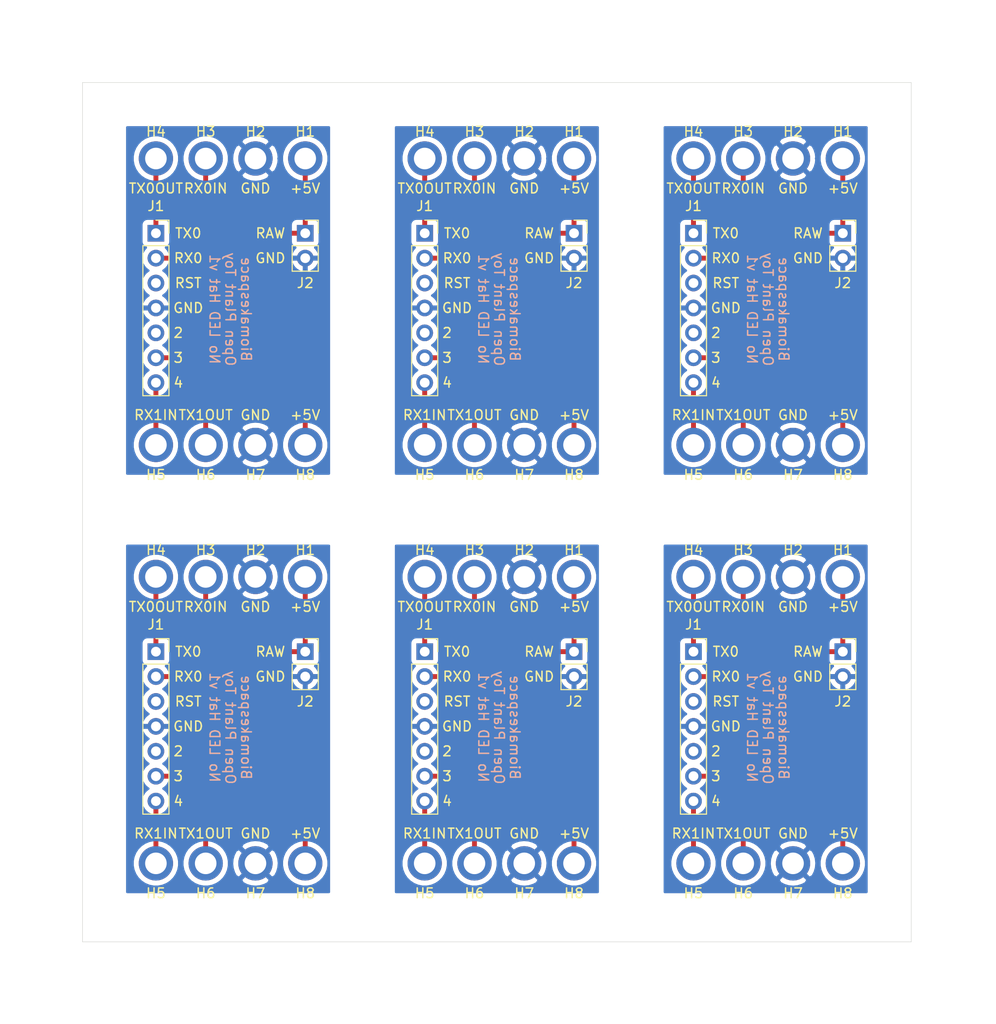
<source format=kicad_pcb>
(kicad_pcb (version 20171130) (host pcbnew 5.1.4-e60b266~84~ubuntu18.04.1)
  (layers (0 F.Cu signal) (31 B.Cu signal) (34 B.Paste user hide) (35 F.Paste user hide) (36 B.SilkS user hide) (37 F.SilkS user hide) (38 B.Mask user hide) (39 F.Mask user hide) (44 Edge.Cuts user))
  (net 0 "")
  (net 1 "Net-(D1-Pad1)")
  (module MountingHole:MountingHole_2.2mm_M2_ISO7380_Pad (layer F.Cu) (at 62.357 36.957)
    (fp_text reference H5 (at 0 3.048) (layer F.SilkS))
    (fp_text value MountingHole_2.2mm_M2_ISO7380_Pad)
    (pad 1 thru_hole circle (at 0 0) (size 3.5 3.5) (drill 2.2) (layers *.Cu *.Mask))
  )
  (module MountingHole:MountingHole_2.2mm_M2_ISO7380_Pad (layer F.Cu) (at 67.437 7.747)
    (fp_text reference H3 (at 0 -2.75) (layer F.SilkS))
    (fp_text value MountingHole_2.2mm_M2_ISO7380_Pad)
    (pad 1 thru_hole circle (at 0 0) (size 3.5 3.5) (drill 2.2) (layers *.Cu *.Mask))
  )
  (module MountingHole:MountingHole_2.2mm_M2_ISO7380_Pad (layer F.Cu) (at 77.597 79.629)
    (fp_text reference H8 (at 0 3.048) (layer F.SilkS))
    (fp_text value MountingHole_2.2mm_M2_ISO7380_Pad)
    (pad 1 thru_hole circle (at 0 0) (size 3.5 3.5) (drill 2.2) (layers *.Cu *.Mask))
  )
  (module MountingHole:MountingHole_2.2mm_M2_ISO7380_Pad (layer F.Cu) (at 72.517 79.629)
    (fp_text reference H7 (at 0 3.048) (layer F.SilkS))
    (fp_text value MountingHole_2.2mm_M2_ISO7380_Pad)
    (pad 1 thru_hole circle (at 0 0) (size 3.5 3.5) (drill 2.2) (layers *.Cu *.Mask))
  )
  (module Connector_PinSocket_2.54mm:PinSocket_1x07_P2.54mm_Vertical (layer F.Cu) (at 62.357 15.367)
    (fp_text reference J1 (at 0 -2.77) (layer F.SilkS))
    (fp_text value PinSocket_1x07_P2.54mm_Vertical)
    (fp_line (start -1.33 1.27) (end 1.33 1.27) (layer F.SilkS) (width 0.12))
    (fp_line (start -1.33 1.27) (end -1.33 16.57) (layer F.SilkS) (width 0.12))
    (fp_line (start -1.33 16.57) (end 1.33 16.57) (layer F.SilkS) (width 0.12))
    (fp_line (start 1.33 1.27) (end 1.33 16.57) (layer F.SilkS) (width 0.12))
    (fp_line (start 1.33 -1.33) (end 1.33 0) (layer F.SilkS) (width 0.12))
    (fp_line (start 0 -1.33) (end 1.33 -1.33) (layer F.SilkS) (width 0.12))
    (pad 1 thru_hole rect (at 0 0) (size 1.7 1.7) (drill 1) (layers *.Cu *.Mask))
    (pad 2 thru_hole oval (at 0 2.54) (size 1.7 1.7) (drill 1) (layers *.Cu *.Mask))
    (pad 3 thru_hole oval (at 0 5.08) (size 1.7 1.7) (drill 1) (layers *.Cu *.Mask))
    (pad 4 thru_hole oval (at 0 7.62) (size 1.7 1.7) (drill 1) (layers *.Cu *.Mask))
    (pad 5 thru_hole oval (at 0 10.16) (size 1.7 1.7) (drill 1) (layers *.Cu *.Mask))
    (pad 6 thru_hole oval (at 0 12.7) (size 1.7 1.7) (drill 1) (layers *.Cu *.Mask))
    (pad 7 thru_hole oval (at 0 15.24) (size 1.7 1.7) (drill 1) (layers *.Cu *.Mask))
  )
  (module Connector_PinSocket_2.54mm:PinSocket_1x02_P2.54mm_Vertical (layer F.Cu) (at 77.597 58.039)
    (fp_text reference J2 (at 0 5.08) (layer F.SilkS))
    (fp_text value PinSocket_1x02_P2.54mm_Vertical)
    (fp_line (start 0 -1.33) (end 1.33 -1.33) (layer F.SilkS) (width 0.12))
    (fp_line (start 1.33 -1.33) (end 1.33 0) (layer F.SilkS) (width 0.12))
    (fp_line (start 1.33 1.27) (end 1.33 3.87) (layer F.SilkS) (width 0.12))
    (fp_line (start -1.33 3.87) (end 1.33 3.87) (layer F.SilkS) (width 0.12))
    (fp_line (start -1.33 1.27) (end -1.33 3.87) (layer F.SilkS) (width 0.12))
    (fp_line (start -1.33 1.27) (end 1.33 1.27) (layer F.SilkS) (width 0.12))
    (pad 2 thru_hole oval (at 0 2.54) (size 1.7 1.7) (drill 1) (layers *.Cu *.Mask))
    (pad 1 thru_hole rect (at 0 0) (size 1.7 1.7) (drill 1) (layers *.Cu *.Mask))
  )
  (module MountingHole:MountingHole_2.2mm_M2_ISO7380_Pad (layer F.Cu) (at 62.357 7.747)
    (fp_text reference H4 (at 0 -2.75) (layer F.SilkS))
    (fp_text value MountingHole_2.2mm_M2_ISO7380_Pad)
    (pad 1 thru_hole circle (at 0 0) (size 3.5 3.5) (drill 2.2) (layers *.Cu *.Mask))
  )
  (module MountingHole:MountingHole_2.2mm_M2_ISO7380_Pad (layer F.Cu) (at 72.517 50.419)
    (fp_text reference H2 (at 0 -2.75) (layer F.SilkS))
    (fp_text value MountingHole_2.2mm_M2_ISO7380_Pad)
    (pad 1 thru_hole circle (at 0 0) (size 3.5 3.5) (drill 2.2) (layers *.Cu *.Mask))
  )
  (module MountingHole:MountingHole_2.2mm_M2_ISO7380_Pad (layer F.Cu) (at 62.357 50.419)
    (fp_text reference H4 (at 0 -2.75) (layer F.SilkS))
    (fp_text value MountingHole_2.2mm_M2_ISO7380_Pad)
    (pad 1 thru_hole circle (at 0 0) (size 3.5 3.5) (drill 2.2) (layers *.Cu *.Mask))
  )
  (module MountingHole:MountingHole_2.2mm_M2_ISO7380_Pad (layer F.Cu) (at 62.357 79.629)
    (fp_text reference H5 (at 0 3.048) (layer F.SilkS))
    (fp_text value MountingHole_2.2mm_M2_ISO7380_Pad)
    (pad 1 thru_hole circle (at 0 0) (size 3.5 3.5) (drill 2.2) (layers *.Cu *.Mask))
  )
  (module MountingHole:MountingHole_2.2mm_M2_ISO7380_Pad (layer F.Cu) (at 77.597 36.957)
    (fp_text reference H8 (at 0 3.048) (layer F.SilkS))
    (fp_text value MountingHole_2.2mm_M2_ISO7380_Pad)
    (pad 1 thru_hole circle (at 0 0) (size 3.5 3.5) (drill 2.2) (layers *.Cu *.Mask))
  )
  (module MountingHole:MountingHole_2.2mm_M2_ISO7380_Pad (layer F.Cu) (at 67.437 50.419)
    (fp_text reference H3 (at 0 -2.75) (layer F.SilkS))
    (fp_text value MountingHole_2.2mm_M2_ISO7380_Pad)
    (pad 1 thru_hole circle (at 0 0) (size 3.5 3.5) (drill 2.2) (layers *.Cu *.Mask))
  )
  (module MountingHole:MountingHole_2.2mm_M2_ISO7380_Pad (layer F.Cu) (at 77.597 7.747)
    (fp_text reference H1 (at 0 -2.75) (layer F.SilkS))
    (fp_text value MountingHole_2.2mm_M2_ISO7380_Pad)
    (pad 1 thru_hole circle (at 0 0) (size 3.5 3.5) (drill 2.2) (layers *.Cu *.Mask))
  )
  (module Connector_PinSocket_2.54mm:PinSocket_1x02_P2.54mm_Vertical (layer F.Cu) (at 77.597 15.367)
    (fp_text reference J2 (at 0 5.08) (layer F.SilkS))
    (fp_text value PinSocket_1x02_P2.54mm_Vertical)
    (fp_line (start -1.33 1.27) (end 1.33 1.27) (layer F.SilkS) (width 0.12))
    (fp_line (start -1.33 1.27) (end -1.33 3.87) (layer F.SilkS) (width 0.12))
    (fp_line (start -1.33 3.87) (end 1.33 3.87) (layer F.SilkS) (width 0.12))
    (fp_line (start 1.33 1.27) (end 1.33 3.87) (layer F.SilkS) (width 0.12))
    (fp_line (start 1.33 -1.33) (end 1.33 0) (layer F.SilkS) (width 0.12))
    (fp_line (start 0 -1.33) (end 1.33 -1.33) (layer F.SilkS) (width 0.12))
    (pad 1 thru_hole rect (at 0 0) (size 1.7 1.7) (drill 1) (layers *.Cu *.Mask))
    (pad 2 thru_hole oval (at 0 2.54) (size 1.7 1.7) (drill 1) (layers *.Cu *.Mask))
  )
  (module MountingHole:MountingHole_2.2mm_M2_ISO7380_Pad (layer F.Cu) (at 72.517 36.957)
    (fp_text reference H7 (at 0 3.048) (layer F.SilkS))
    (fp_text value MountingHole_2.2mm_M2_ISO7380_Pad)
    (pad 1 thru_hole circle (at 0 0) (size 3.5 3.5) (drill 2.2) (layers *.Cu *.Mask))
  )
  (module MountingHole:MountingHole_2.2mm_M2_ISO7380_Pad (layer F.Cu) (at 72.517 7.747)
    (fp_text reference H2 (at 0 -2.75) (layer F.SilkS))
    (fp_text value MountingHole_2.2mm_M2_ISO7380_Pad)
    (pad 1 thru_hole circle (at 0 0) (size 3.5 3.5) (drill 2.2) (layers *.Cu *.Mask))
  )
  (module MountingHole:MountingHole_2.2mm_M2_ISO7380_Pad (layer F.Cu) (at 67.437 79.629)
    (fp_text reference H6 (at 0 3.048) (layer F.SilkS))
    (fp_text value MountingHole_2.2mm_M2_ISO7380_Pad)
    (pad 1 thru_hole circle (at 0 0) (size 3.5 3.5) (drill 2.2) (layers *.Cu *.Mask))
  )
  (module MountingHole:MountingHole_2.2mm_M2_ISO7380_Pad (layer F.Cu) (at 77.597 50.419)
    (fp_text reference H1 (at 0 -2.75) (layer F.SilkS))
    (fp_text value MountingHole_2.2mm_M2_ISO7380_Pad)
    (pad 1 thru_hole circle (at 0 0) (size 3.5 3.5) (drill 2.2) (layers *.Cu *.Mask))
  )
  (module Connector_PinSocket_2.54mm:PinSocket_1x07_P2.54mm_Vertical (layer F.Cu) (at 62.357 58.039)
    (fp_text reference J1 (at 0 -2.77) (layer F.SilkS))
    (fp_text value PinSocket_1x07_P2.54mm_Vertical)
    (fp_line (start 0 -1.33) (end 1.33 -1.33) (layer F.SilkS) (width 0.12))
    (fp_line (start 1.33 -1.33) (end 1.33 0) (layer F.SilkS) (width 0.12))
    (fp_line (start 1.33 1.27) (end 1.33 16.57) (layer F.SilkS) (width 0.12))
    (fp_line (start -1.33 16.57) (end 1.33 16.57) (layer F.SilkS) (width 0.12))
    (fp_line (start -1.33 1.27) (end -1.33 16.57) (layer F.SilkS) (width 0.12))
    (fp_line (start -1.33 1.27) (end 1.33 1.27) (layer F.SilkS) (width 0.12))
    (pad 7 thru_hole oval (at 0 15.24) (size 1.7 1.7) (drill 1) (layers *.Cu *.Mask))
    (pad 6 thru_hole oval (at 0 12.7) (size 1.7 1.7) (drill 1) (layers *.Cu *.Mask))
    (pad 5 thru_hole oval (at 0 10.16) (size 1.7 1.7) (drill 1) (layers *.Cu *.Mask))
    (pad 4 thru_hole oval (at 0 7.62) (size 1.7 1.7) (drill 1) (layers *.Cu *.Mask))
    (pad 3 thru_hole oval (at 0 5.08) (size 1.7 1.7) (drill 1) (layers *.Cu *.Mask))
    (pad 2 thru_hole oval (at 0 2.54) (size 1.7 1.7) (drill 1) (layers *.Cu *.Mask))
    (pad 1 thru_hole rect (at 0 0) (size 1.7 1.7) (drill 1) (layers *.Cu *.Mask))
  )
  (module MountingHole:MountingHole_2.2mm_M2_ISO7380_Pad (layer F.Cu) (at 67.437 36.957)
    (fp_text reference H6 (at 0 3.048) (layer F.SilkS))
    (fp_text value MountingHole_2.2mm_M2_ISO7380_Pad)
    (pad 1 thru_hole circle (at 0 0) (size 3.5 3.5) (drill 2.2) (layers *.Cu *.Mask))
  )
  (module MountingHole:MountingHole_2.2mm_M2_ISO7380_Pad (layer F.Cu) (at 34.925 36.957)
    (fp_text reference H5 (at 0 3.048) (layer F.SilkS))
    (fp_text value MountingHole_2.2mm_M2_ISO7380_Pad)
    (pad 1 thru_hole circle (at 0 0) (size 3.5 3.5) (drill 2.2) (layers *.Cu *.Mask))
  )
  (module MountingHole:MountingHole_2.2mm_M2_ISO7380_Pad (layer F.Cu) (at 40.005 7.747)
    (fp_text reference H3 (at 0 -2.75) (layer F.SilkS))
    (fp_text value MountingHole_2.2mm_M2_ISO7380_Pad)
    (pad 1 thru_hole circle (at 0 0) (size 3.5 3.5) (drill 2.2) (layers *.Cu *.Mask))
  )
  (module MountingHole:MountingHole_2.2mm_M2_ISO7380_Pad (layer F.Cu) (at 50.165 79.629)
    (fp_text reference H8 (at 0 3.048) (layer F.SilkS))
    (fp_text value MountingHole_2.2mm_M2_ISO7380_Pad)
    (pad 1 thru_hole circle (at 0 0) (size 3.5 3.5) (drill 2.2) (layers *.Cu *.Mask))
  )
  (module MountingHole:MountingHole_2.2mm_M2_ISO7380_Pad (layer F.Cu) (at 45.085 79.629)
    (fp_text reference H7 (at 0 3.048) (layer F.SilkS))
    (fp_text value MountingHole_2.2mm_M2_ISO7380_Pad)
    (pad 1 thru_hole circle (at 0 0) (size 3.5 3.5) (drill 2.2) (layers *.Cu *.Mask))
  )
  (module Connector_PinSocket_2.54mm:PinSocket_1x07_P2.54mm_Vertical (layer F.Cu) (at 34.925 15.367)
    (fp_text reference J1 (at 0 -2.77) (layer F.SilkS))
    (fp_text value PinSocket_1x07_P2.54mm_Vertical)
    (fp_line (start -1.33 1.27) (end 1.33 1.27) (layer F.SilkS) (width 0.12))
    (fp_line (start -1.33 1.27) (end -1.33 16.57) (layer F.SilkS) (width 0.12))
    (fp_line (start -1.33 16.57) (end 1.33 16.57) (layer F.SilkS) (width 0.12))
    (fp_line (start 1.33 1.27) (end 1.33 16.57) (layer F.SilkS) (width 0.12))
    (fp_line (start 1.33 -1.33) (end 1.33 0) (layer F.SilkS) (width 0.12))
    (fp_line (start 0 -1.33) (end 1.33 -1.33) (layer F.SilkS) (width 0.12))
    (pad 1 thru_hole rect (at 0 0) (size 1.7 1.7) (drill 1) (layers *.Cu *.Mask))
    (pad 2 thru_hole oval (at 0 2.54) (size 1.7 1.7) (drill 1) (layers *.Cu *.Mask))
    (pad 3 thru_hole oval (at 0 5.08) (size 1.7 1.7) (drill 1) (layers *.Cu *.Mask))
    (pad 4 thru_hole oval (at 0 7.62) (size 1.7 1.7) (drill 1) (layers *.Cu *.Mask))
    (pad 5 thru_hole oval (at 0 10.16) (size 1.7 1.7) (drill 1) (layers *.Cu *.Mask))
    (pad 6 thru_hole oval (at 0 12.7) (size 1.7 1.7) (drill 1) (layers *.Cu *.Mask))
    (pad 7 thru_hole oval (at 0 15.24) (size 1.7 1.7) (drill 1) (layers *.Cu *.Mask))
  )
  (module Connector_PinSocket_2.54mm:PinSocket_1x02_P2.54mm_Vertical (layer F.Cu) (at 50.165 58.039)
    (fp_text reference J2 (at 0 5.08) (layer F.SilkS))
    (fp_text value PinSocket_1x02_P2.54mm_Vertical)
    (fp_line (start 0 -1.33) (end 1.33 -1.33) (layer F.SilkS) (width 0.12))
    (fp_line (start 1.33 -1.33) (end 1.33 0) (layer F.SilkS) (width 0.12))
    (fp_line (start 1.33 1.27) (end 1.33 3.87) (layer F.SilkS) (width 0.12))
    (fp_line (start -1.33 3.87) (end 1.33 3.87) (layer F.SilkS) (width 0.12))
    (fp_line (start -1.33 1.27) (end -1.33 3.87) (layer F.SilkS) (width 0.12))
    (fp_line (start -1.33 1.27) (end 1.33 1.27) (layer F.SilkS) (width 0.12))
    (pad 2 thru_hole oval (at 0 2.54) (size 1.7 1.7) (drill 1) (layers *.Cu *.Mask))
    (pad 1 thru_hole rect (at 0 0) (size 1.7 1.7) (drill 1) (layers *.Cu *.Mask))
  )
  (module MountingHole:MountingHole_2.2mm_M2_ISO7380_Pad (layer F.Cu) (at 34.925 7.747)
    (fp_text reference H4 (at 0 -2.75) (layer F.SilkS))
    (fp_text value MountingHole_2.2mm_M2_ISO7380_Pad)
    (pad 1 thru_hole circle (at 0 0) (size 3.5 3.5) (drill 2.2) (layers *.Cu *.Mask))
  )
  (module MountingHole:MountingHole_2.2mm_M2_ISO7380_Pad (layer F.Cu) (at 45.085 50.419)
    (fp_text reference H2 (at 0 -2.75) (layer F.SilkS))
    (fp_text value MountingHole_2.2mm_M2_ISO7380_Pad)
    (pad 1 thru_hole circle (at 0 0) (size 3.5 3.5) (drill 2.2) (layers *.Cu *.Mask))
  )
  (module MountingHole:MountingHole_2.2mm_M2_ISO7380_Pad (layer F.Cu) (at 34.925 50.419)
    (fp_text reference H4 (at 0 -2.75) (layer F.SilkS))
    (fp_text value MountingHole_2.2mm_M2_ISO7380_Pad)
    (pad 1 thru_hole circle (at 0 0) (size 3.5 3.5) (drill 2.2) (layers *.Cu *.Mask))
  )
  (module MountingHole:MountingHole_2.2mm_M2_ISO7380_Pad (layer F.Cu) (at 34.925 79.629)
    (fp_text reference H5 (at 0 3.048) (layer F.SilkS))
    (fp_text value MountingHole_2.2mm_M2_ISO7380_Pad)
    (pad 1 thru_hole circle (at 0 0) (size 3.5 3.5) (drill 2.2) (layers *.Cu *.Mask))
  )
  (module MountingHole:MountingHole_2.2mm_M2_ISO7380_Pad (layer F.Cu) (at 50.165 36.957)
    (fp_text reference H8 (at 0 3.048) (layer F.SilkS))
    (fp_text value MountingHole_2.2mm_M2_ISO7380_Pad)
    (pad 1 thru_hole circle (at 0 0) (size 3.5 3.5) (drill 2.2) (layers *.Cu *.Mask))
  )
  (module MountingHole:MountingHole_2.2mm_M2_ISO7380_Pad (layer F.Cu) (at 40.005 50.419)
    (fp_text reference H3 (at 0 -2.75) (layer F.SilkS))
    (fp_text value MountingHole_2.2mm_M2_ISO7380_Pad)
    (pad 1 thru_hole circle (at 0 0) (size 3.5 3.5) (drill 2.2) (layers *.Cu *.Mask))
  )
  (module MountingHole:MountingHole_2.2mm_M2_ISO7380_Pad (layer F.Cu) (at 50.165 7.747)
    (fp_text reference H1 (at 0 -2.75) (layer F.SilkS))
    (fp_text value MountingHole_2.2mm_M2_ISO7380_Pad)
    (pad 1 thru_hole circle (at 0 0) (size 3.5 3.5) (drill 2.2) (layers *.Cu *.Mask))
  )
  (module Connector_PinSocket_2.54mm:PinSocket_1x02_P2.54mm_Vertical (layer F.Cu) (at 50.165 15.367)
    (fp_text reference J2 (at 0 5.08) (layer F.SilkS))
    (fp_text value PinSocket_1x02_P2.54mm_Vertical)
    (fp_line (start -1.33 1.27) (end 1.33 1.27) (layer F.SilkS) (width 0.12))
    (fp_line (start -1.33 1.27) (end -1.33 3.87) (layer F.SilkS) (width 0.12))
    (fp_line (start -1.33 3.87) (end 1.33 3.87) (layer F.SilkS) (width 0.12))
    (fp_line (start 1.33 1.27) (end 1.33 3.87) (layer F.SilkS) (width 0.12))
    (fp_line (start 1.33 -1.33) (end 1.33 0) (layer F.SilkS) (width 0.12))
    (fp_line (start 0 -1.33) (end 1.33 -1.33) (layer F.SilkS) (width 0.12))
    (pad 1 thru_hole rect (at 0 0) (size 1.7 1.7) (drill 1) (layers *.Cu *.Mask))
    (pad 2 thru_hole oval (at 0 2.54) (size 1.7 1.7) (drill 1) (layers *.Cu *.Mask))
  )
  (module MountingHole:MountingHole_2.2mm_M2_ISO7380_Pad (layer F.Cu) (at 45.085 36.957)
    (fp_text reference H7 (at 0 3.048) (layer F.SilkS))
    (fp_text value MountingHole_2.2mm_M2_ISO7380_Pad)
    (pad 1 thru_hole circle (at 0 0) (size 3.5 3.5) (drill 2.2) (layers *.Cu *.Mask))
  )
  (module MountingHole:MountingHole_2.2mm_M2_ISO7380_Pad (layer F.Cu) (at 45.085 7.747)
    (fp_text reference H2 (at 0 -2.75) (layer F.SilkS))
    (fp_text value MountingHole_2.2mm_M2_ISO7380_Pad)
    (pad 1 thru_hole circle (at 0 0) (size 3.5 3.5) (drill 2.2) (layers *.Cu *.Mask))
  )
  (module MountingHole:MountingHole_2.2mm_M2_ISO7380_Pad (layer F.Cu) (at 40.005 79.629)
    (fp_text reference H6 (at 0 3.048) (layer F.SilkS))
    (fp_text value MountingHole_2.2mm_M2_ISO7380_Pad)
    (pad 1 thru_hole circle (at 0 0) (size 3.5 3.5) (drill 2.2) (layers *.Cu *.Mask))
  )
  (module MountingHole:MountingHole_2.2mm_M2_ISO7380_Pad (layer F.Cu) (at 50.165 50.419)
    (fp_text reference H1 (at 0 -2.75) (layer F.SilkS))
    (fp_text value MountingHole_2.2mm_M2_ISO7380_Pad)
    (pad 1 thru_hole circle (at 0 0) (size 3.5 3.5) (drill 2.2) (layers *.Cu *.Mask))
  )
  (module Connector_PinSocket_2.54mm:PinSocket_1x07_P2.54mm_Vertical (layer F.Cu) (at 34.925 58.039)
    (fp_text reference J1 (at 0 -2.77) (layer F.SilkS))
    (fp_text value PinSocket_1x07_P2.54mm_Vertical)
    (fp_line (start 0 -1.33) (end 1.33 -1.33) (layer F.SilkS) (width 0.12))
    (fp_line (start 1.33 -1.33) (end 1.33 0) (layer F.SilkS) (width 0.12))
    (fp_line (start 1.33 1.27) (end 1.33 16.57) (layer F.SilkS) (width 0.12))
    (fp_line (start -1.33 16.57) (end 1.33 16.57) (layer F.SilkS) (width 0.12))
    (fp_line (start -1.33 1.27) (end -1.33 16.57) (layer F.SilkS) (width 0.12))
    (fp_line (start -1.33 1.27) (end 1.33 1.27) (layer F.SilkS) (width 0.12))
    (pad 7 thru_hole oval (at 0 15.24) (size 1.7 1.7) (drill 1) (layers *.Cu *.Mask))
    (pad 6 thru_hole oval (at 0 12.7) (size 1.7 1.7) (drill 1) (layers *.Cu *.Mask))
    (pad 5 thru_hole oval (at 0 10.16) (size 1.7 1.7) (drill 1) (layers *.Cu *.Mask))
    (pad 4 thru_hole oval (at 0 7.62) (size 1.7 1.7) (drill 1) (layers *.Cu *.Mask))
    (pad 3 thru_hole oval (at 0 5.08) (size 1.7 1.7) (drill 1) (layers *.Cu *.Mask))
    (pad 2 thru_hole oval (at 0 2.54) (size 1.7 1.7) (drill 1) (layers *.Cu *.Mask))
    (pad 1 thru_hole rect (at 0 0) (size 1.7 1.7) (drill 1) (layers *.Cu *.Mask))
  )
  (module MountingHole:MountingHole_2.2mm_M2_ISO7380_Pad (layer F.Cu) (at 40.005 36.957)
    (fp_text reference H6 (at 0 3.048) (layer F.SilkS))
    (fp_text value MountingHole_2.2mm_M2_ISO7380_Pad)
    (pad 1 thru_hole circle (at 0 0) (size 3.5 3.5) (drill 2.2) (layers *.Cu *.Mask))
  )
  (module MountingHole:MountingHole_2.2mm_M2_ISO7380_Pad (layer F.Cu) (at 12.573 50.419)
    (fp_text reference H3 (at 0 -2.75) (layer F.SilkS))
    (fp_text value MountingHole_2.2mm_M2_ISO7380_Pad)
    (pad 1 thru_hole circle (at 0 0) (size 3.5 3.5) (drill 2.2) (layers *.Cu *.Mask))
  )
  (module Connector_PinSocket_2.54mm:PinSocket_1x02_P2.54mm_Vertical (layer F.Cu) (at 22.733 58.039)
    (fp_text reference J2 (at 0 5.08) (layer F.SilkS))
    (fp_text value PinSocket_1x02_P2.54mm_Vertical)
    (fp_line (start -1.33 1.27) (end 1.33 1.27) (layer F.SilkS) (width 0.12))
    (fp_line (start -1.33 1.27) (end -1.33 3.87) (layer F.SilkS) (width 0.12))
    (fp_line (start -1.33 3.87) (end 1.33 3.87) (layer F.SilkS) (width 0.12))
    (fp_line (start 1.33 1.27) (end 1.33 3.87) (layer F.SilkS) (width 0.12))
    (fp_line (start 1.33 -1.33) (end 1.33 0) (layer F.SilkS) (width 0.12))
    (fp_line (start 0 -1.33) (end 1.33 -1.33) (layer F.SilkS) (width 0.12))
    (pad 1 thru_hole rect (at 0 0) (size 1.7 1.7) (drill 1) (layers *.Cu *.Mask))
    (pad 2 thru_hole oval (at 0 2.54) (size 1.7 1.7) (drill 1) (layers *.Cu *.Mask) (net 1 "Net-(D1-Pad1)"))
  )
  (module MountingHole:MountingHole_2.2mm_M2_ISO7380_Pad (layer F.Cu) (at 17.653 79.629)
    (fp_text reference H7 (at 0 3.048) (layer F.SilkS))
    (fp_text value MountingHole_2.2mm_M2_ISO7380_Pad)
    (pad 1 thru_hole circle (at 0 0) (size 3.5 3.5) (drill 2.2) (layers *.Cu *.Mask) (net 1 "Net-(D1-Pad1)"))
  )
  (module Connector_PinSocket_2.54mm:PinSocket_1x07_P2.54mm_Vertical (layer F.Cu) (at 7.493 58.039)
    (fp_text reference J1 (at 0 -2.77) (layer F.SilkS))
    (fp_text value PinSocket_1x07_P2.54mm_Vertical)
    (fp_line (start -1.33 1.27) (end 1.33 1.27) (layer F.SilkS) (width 0.12))
    (fp_line (start -1.33 1.27) (end -1.33 16.57) (layer F.SilkS) (width 0.12))
    (fp_line (start -1.33 16.57) (end 1.33 16.57) (layer F.SilkS) (width 0.12))
    (fp_line (start 1.33 1.27) (end 1.33 16.57) (layer F.SilkS) (width 0.12))
    (fp_line (start 1.33 -1.33) (end 1.33 0) (layer F.SilkS) (width 0.12))
    (fp_line (start 0 -1.33) (end 1.33 -1.33) (layer F.SilkS) (width 0.12))
    (pad 1 thru_hole rect (at 0 0) (size 1.7 1.7) (drill 1) (layers *.Cu *.Mask))
    (pad 2 thru_hole oval (at 0 2.54) (size 1.7 1.7) (drill 1) (layers *.Cu *.Mask))
    (pad 3 thru_hole oval (at 0 5.08) (size 1.7 1.7) (drill 1) (layers *.Cu *.Mask))
    (pad 4 thru_hole oval (at 0 7.62) (size 1.7 1.7) (drill 1) (layers *.Cu *.Mask) (net 1 "Net-(D1-Pad1)"))
    (pad 5 thru_hole oval (at 0 10.16) (size 1.7 1.7) (drill 1) (layers *.Cu *.Mask))
    (pad 6 thru_hole oval (at 0 12.7) (size 1.7 1.7) (drill 1) (layers *.Cu *.Mask))
    (pad 7 thru_hole oval (at 0 15.24) (size 1.7 1.7) (drill 1) (layers *.Cu *.Mask))
  )
  (module MountingHole:MountingHole_2.2mm_M2_ISO7380_Pad (layer F.Cu) (at 7.493 79.629)
    (fp_text reference H5 (at 0 3.048) (layer F.SilkS))
    (fp_text value MountingHole_2.2mm_M2_ISO7380_Pad)
    (pad 1 thru_hole circle (at 0 0) (size 3.5 3.5) (drill 2.2) (layers *.Cu *.Mask))
  )
  (module MountingHole:MountingHole_2.2mm_M2_ISO7380_Pad (layer F.Cu) (at 17.653 50.419)
    (fp_text reference H2 (at 0 -2.75) (layer F.SilkS))
    (fp_text value MountingHole_2.2mm_M2_ISO7380_Pad)
    (pad 1 thru_hole circle (at 0 0) (size 3.5 3.5) (drill 2.2) (layers *.Cu *.Mask) (net 1 "Net-(D1-Pad1)"))
  )
  (module MountingHole:MountingHole_2.2mm_M2_ISO7380_Pad (layer F.Cu) (at 7.493 50.419)
    (fp_text reference H4 (at 0 -2.75) (layer F.SilkS))
    (fp_text value MountingHole_2.2mm_M2_ISO7380_Pad)
    (pad 1 thru_hole circle (at 0 0) (size 3.5 3.5) (drill 2.2) (layers *.Cu *.Mask))
  )
  (module MountingHole:MountingHole_2.2mm_M2_ISO7380_Pad (layer F.Cu) (at 22.733 79.629)
    (fp_text reference H8 (at 0 3.048) (layer F.SilkS))
    (fp_text value MountingHole_2.2mm_M2_ISO7380_Pad)
    (pad 1 thru_hole circle (at 0 0) (size 3.5 3.5) (drill 2.2) (layers *.Cu *.Mask))
  )
  (module MountingHole:MountingHole_2.2mm_M2_ISO7380_Pad (layer F.Cu) (at 22.733 50.419)
    (fp_text reference H1 (at 0 -2.75) (layer F.SilkS))
    (fp_text value MountingHole_2.2mm_M2_ISO7380_Pad)
    (pad 1 thru_hole circle (at 0 0) (size 3.5 3.5) (drill 2.2) (layers *.Cu *.Mask))
  )
  (module MountingHole:MountingHole_2.2mm_M2_ISO7380_Pad (layer F.Cu) (at 12.573 79.629)
    (fp_text reference H6 (at 0 3.048) (layer F.SilkS))
    (fp_text value MountingHole_2.2mm_M2_ISO7380_Pad)
    (pad 1 thru_hole circle (at 0 0) (size 3.5 3.5) (drill 2.2) (layers *.Cu *.Mask))
  )
  (module MountingHole:MountingHole_2.2mm_M2_ISO7380_Pad (layer F.Cu) (at 12.573 36.957)
    (fp_text reference H6 (at 0 3.048) (layer F.SilkS))
    (fp_text value MountingHole_2.2mm_M2_ISO7380_Pad)
    (pad 1 thru_hole circle (at 0 0) (size 3.5 3.5) (drill 2.2) (layers *.Cu *.Mask))
  )
  (module MountingHole:MountingHole_2.2mm_M2_ISO7380_Pad (layer F.Cu) (at 17.653 36.957)
    (fp_text reference H7 (at 0 3.048) (layer F.SilkS))
    (fp_text value MountingHole_2.2mm_M2_ISO7380_Pad)
    (pad 1 thru_hole circle (at 0 0) (size 3.5 3.5) (drill 2.2) (layers *.Cu *.Mask) (net 1 "Net-(D1-Pad1)"))
  )
  (module MountingHole:MountingHole_2.2mm_M2_ISO7380_Pad (layer F.Cu) (at 7.493 36.957)
    (fp_text reference H5 (at 0 3.048) (layer F.SilkS))
    (fp_text value MountingHole_2.2mm_M2_ISO7380_Pad)
    (pad 1 thru_hole circle (at 0 0) (size 3.5 3.5) (drill 2.2) (layers *.Cu *.Mask))
  )
  (module MountingHole:MountingHole_2.2mm_M2_ISO7380_Pad (layer F.Cu) (at 22.733 36.957)
    (fp_text reference H8 (at 0 3.048) (layer F.SilkS))
    (fp_text value MountingHole_2.2mm_M2_ISO7380_Pad)
    (pad 1 thru_hole circle (at 0 0) (size 3.5 3.5) (drill 2.2) (layers *.Cu *.Mask))
  )
  (module MountingHole:MountingHole_2.2mm_M2_ISO7380_Pad (layer F.Cu) (at 22.733 7.747)
    (fp_text reference H1 (at 0 -2.75) (layer F.SilkS))
    (fp_text value MountingHole_2.2mm_M2_ISO7380_Pad)
    (pad 1 thru_hole circle (at 0 0) (size 3.5 3.5) (drill 2.2) (layers *.Cu *.Mask))
  )
  (module MountingHole:MountingHole_2.2mm_M2_ISO7380_Pad (layer F.Cu) (at 17.653 7.747)
    (fp_text reference H2 (at 0 -2.75) (layer F.SilkS))
    (fp_text value MountingHole_2.2mm_M2_ISO7380_Pad)
    (pad 1 thru_hole circle (at 0 0) (size 3.5 3.5) (drill 2.2) (layers *.Cu *.Mask) (net 1 "Net-(D1-Pad1)"))
  )
  (module MountingHole:MountingHole_2.2mm_M2_ISO7380_Pad (layer F.Cu) (at 12.573 7.747)
    (fp_text reference H3 (at 0 -2.75) (layer F.SilkS))
    (fp_text value MountingHole_2.2mm_M2_ISO7380_Pad)
    (pad 1 thru_hole circle (at 0 0) (size 3.5 3.5) (drill 2.2) (layers *.Cu *.Mask))
  )
  (module MountingHole:MountingHole_2.2mm_M2_ISO7380_Pad (layer F.Cu) (at 7.493 7.747)
    (fp_text reference H4 (at 0 -2.75) (layer F.SilkS))
    (fp_text value MountingHole_2.2mm_M2_ISO7380_Pad)
    (pad 1 thru_hole circle (at 0 0) (size 3.5 3.5) (drill 2.2) (layers *.Cu *.Mask))
  )
  (module Connector_PinSocket_2.54mm:PinSocket_1x02_P2.54mm_Vertical (layer F.Cu) (at 22.733 15.367)
    (fp_text reference J2 (at 0 5.08) (layer F.SilkS))
    (fp_text value PinSocket_1x02_P2.54mm_Vertical)
    (fp_line (start 0 -1.33) (end 1.33 -1.33) (layer F.SilkS) (width 0.12))
    (fp_line (start 1.33 -1.33) (end 1.33 0) (layer F.SilkS) (width 0.12))
    (fp_line (start 1.33 1.27) (end 1.33 3.87) (layer F.SilkS) (width 0.12))
    (fp_line (start -1.33 3.87) (end 1.33 3.87) (layer F.SilkS) (width 0.12))
    (fp_line (start -1.33 1.27) (end -1.33 3.87) (layer F.SilkS) (width 0.12))
    (fp_line (start -1.33 1.27) (end 1.33 1.27) (layer F.SilkS) (width 0.12))
    (pad 2 thru_hole oval (at 0 2.54) (size 1.7 1.7) (drill 1) (layers *.Cu *.Mask) (net 1 "Net-(D1-Pad1)"))
    (pad 1 thru_hole rect (at 0 0) (size 1.7 1.7) (drill 1) (layers *.Cu *.Mask))
  )
  (module Connector_PinSocket_2.54mm:PinSocket_1x07_P2.54mm_Vertical (layer F.Cu) (at 7.493 15.367)
    (fp_text reference J1 (at 0 -2.77) (layer F.SilkS))
    (fp_text value PinSocket_1x07_P2.54mm_Vertical)
    (fp_line (start 0 -1.33) (end 1.33 -1.33) (layer F.SilkS) (width 0.12))
    (fp_line (start 1.33 -1.33) (end 1.33 0) (layer F.SilkS) (width 0.12))
    (fp_line (start 1.33 1.27) (end 1.33 16.57) (layer F.SilkS) (width 0.12))
    (fp_line (start -1.33 16.57) (end 1.33 16.57) (layer F.SilkS) (width 0.12))
    (fp_line (start -1.33 1.27) (end -1.33 16.57) (layer F.SilkS) (width 0.12))
    (fp_line (start -1.33 1.27) (end 1.33 1.27) (layer F.SilkS) (width 0.12))
    (pad 7 thru_hole oval (at 0 15.24) (size 1.7 1.7) (drill 1) (layers *.Cu *.Mask))
    (pad 6 thru_hole oval (at 0 12.7) (size 1.7 1.7) (drill 1) (layers *.Cu *.Mask))
    (pad 5 thru_hole oval (at 0 10.16) (size 1.7 1.7) (drill 1) (layers *.Cu *.Mask))
    (pad 4 thru_hole oval (at 0 7.62) (size 1.7 1.7) (drill 1) (layers *.Cu *.Mask) (net 1 "Net-(D1-Pad1)"))
    (pad 3 thru_hole oval (at 0 5.08) (size 1.7 1.7) (drill 1) (layers *.Cu *.Mask))
    (pad 2 thru_hole oval (at 0 2.54) (size 1.7 1.7) (drill 1) (layers *.Cu *.Mask))
    (pad 1 thru_hole rect (at 0 0) (size 1.7 1.7) (drill 1) (layers *.Cu *.Mask))
  )
  (gr_text "Biomakespace\nOpen Plant Toy\nNo LED Hat v1" (at 69.9476 65.764 270) (layer B.SilkS) (effects (font (size 1 1)) (justify mirror)))
  (gr_text "Biomakespace\nOpen Plant Toy\nNo LED Hat v1" (at 42.5176 65.764 270) (layer B.SilkS) (effects (font (size 1 1)) (justify mirror)))
  (gr_text "Biomakespace\nOpen Plant Toy\nNo LED Hat v1" (at 15.0876 65.764 270) (layer B.SilkS) (effects (font (size 1 1)) (justify mirror)))
  (gr_text "Biomakespace\nOpen Plant Toy\nNo LED Hat v1" (at 69.9476 23.114 270) (layer B.SilkS) (effects (font (size 1 1)) (justify mirror)))
  (gr_text "Biomakespace\nOpen Plant Toy\nNo LED Hat v1" (at 42.5176 23.114 270) (layer B.SilkS) (effects (font (size 1 1)) (justify mirror)))
  (gr_text "Biomakespace\nOpen Plant Toy\nNo LED Hat v1" (at 15.0876 23.114 270) (layer B.SilkS) (effects (font (size 1 1)) (justify mirror)))
  (gr_line (start 84.582 0) (end 0 0) (layer Edge.Cuts) (width 0.05))
  (gr_line (start 84.582 87.63) (end 84.582 0) (layer Edge.Cuts) (width 0.05))
  (gr_line (start 0 87.63) (end 84.582 87.63) (layer Edge.Cuts) (width 0.05))
  (gr_line (start 0 0) (end 0 87.63) (layer Edge.Cuts) (width 0.05))
  (gr_text RX0 (at 65.659 60.579) (layer F.SilkS) (effects (font (size 1 1))))
  (gr_text TX1OUT (at 67.437 33.909) (layer F.SilkS) (effects (font (size 1 1))))
  (gr_text +5V (at 77.597 10.795) (layer F.SilkS) (effects (font (size 1 1))))
  (gr_text 4 (at 64.643 73.279) (layer F.SilkS) (effects (font (size 1 1))))
  (gr_text RX1IN (at 62.357 33.909) (layer F.SilkS) (effects (font (size 1 1))))
  (gr_text RAW (at 74.041 58.039) (layer F.SilkS) (effects (font (size 1 1))))
  (gr_text 3 (at 64.643 28.067) (layer F.SilkS) (effects (font (size 1 1))))
  (gr_text RST (at 65.659 20.447) (layer F.SilkS) (effects (font (size 1 1))))
  (gr_text GND (at 74.041 60.579) (layer F.SilkS) (effects (font (size 1 1))))
  (gr_text RAW (at 74.041 15.367) (layer F.SilkS) (effects (font (size 1 1))))
  (gr_text RX0 (at 65.659 17.907) (layer F.SilkS) (effects (font (size 1 1))))
  (gr_text GND (at 72.517 33.909) (layer F.SilkS) (effects (font (size 1 1))))
  (gr_text GND (at 65.659 65.659) (layer F.SilkS) (effects (font (size 1 1))))
  (gr_text TX0 (at 65.659 15.367) (layer F.SilkS) (effects (font (size 1 1))))
  (gr_text GND (at 65.659 22.987) (layer F.SilkS) (effects (font (size 1 1))))
  (gr_text 4 (at 64.643 30.607) (layer F.SilkS) (effects (font (size 1 1))))
  (gr_text GND (at 72.517 10.795) (layer F.SilkS) (effects (font (size 1 1))))
  (gr_text RX0IN (at 67.437 10.795) (layer F.SilkS) (effects (font (size 1 1))))
  (gr_text TX0OUT (at 62.357 10.795) (layer F.SilkS) (effects (font (size 1 1))))
  (gr_text +5V (at 77.597 33.909) (layer F.SilkS) (effects (font (size 1 1))))
  (gr_text 3 (at 64.643 70.739) (layer F.SilkS) (effects (font (size 1 1))))
  (gr_text GND (at 72.517 76.581) (layer F.SilkS) (effects (font (size 1 1))))
  (gr_text RST (at 65.659 63.119) (layer F.SilkS) (effects (font (size 1 1))))
  (gr_text RX1IN (at 62.357 76.581) (layer F.SilkS) (effects (font (size 1 1))))
  (gr_text RX0IN (at 67.437 53.467) (layer F.SilkS) (effects (font (size 1 1))))
  (gr_text TX1OUT (at 67.437 76.581) (layer F.SilkS) (effects (font (size 1 1))))
  (gr_text TX0OUT (at 62.357 53.467) (layer F.SilkS) (effects (font (size 1 1))))
  (gr_text TX0 (at 65.659 58.039) (layer F.SilkS) (effects (font (size 1 1))))
  (gr_text GND (at 74.041 17.907) (layer F.SilkS) (effects (font (size 1 1))))
  (gr_text +5V (at 77.597 76.581) (layer F.SilkS) (effects (font (size 1 1))))
  (gr_text 2 (at 64.643 68.199) (layer F.SilkS) (effects (font (size 1 1))))
  (gr_text GND (at 72.517 53.467) (layer F.SilkS) (effects (font (size 1 1))))
  (gr_text +5V (at 77.597 53.467) (layer F.SilkS) (effects (font (size 1 1))))
  (gr_text 2 (at 64.643 25.527) (layer F.SilkS) (effects (font (size 1 1))))
  (gr_text RX0 (at 38.227 60.579) (layer F.SilkS) (effects (font (size 1 1))))
  (gr_text TX1OUT (at 40.005 33.909) (layer F.SilkS) (effects (font (size 1 1))))
  (gr_text +5V (at 50.165 10.795) (layer F.SilkS) (effects (font (size 1 1))))
  (gr_text 4 (at 37.211 73.279) (layer F.SilkS) (effects (font (size 1 1))))
  (gr_text RX1IN (at 34.925 33.909) (layer F.SilkS) (effects (font (size 1 1))))
  (gr_text RAW (at 46.609 58.039) (layer F.SilkS) (effects (font (size 1 1))))
  (gr_text 3 (at 37.211 28.067) (layer F.SilkS) (effects (font (size 1 1))))
  (gr_text RST (at 38.227 20.447) (layer F.SilkS) (effects (font (size 1 1))))
  (gr_text GND (at 46.609 60.579) (layer F.SilkS) (effects (font (size 1 1))))
  (gr_text RAW (at 46.609 15.367) (layer F.SilkS) (effects (font (size 1 1))))
  (gr_text RX0 (at 38.227 17.907) (layer F.SilkS) (effects (font (size 1 1))))
  (gr_text GND (at 45.085 33.909) (layer F.SilkS) (effects (font (size 1 1))))
  (gr_text GND (at 38.227 65.659) (layer F.SilkS) (effects (font (size 1 1))))
  (gr_text TX0 (at 38.227 15.367) (layer F.SilkS) (effects (font (size 1 1))))
  (gr_text GND (at 38.227 22.987) (layer F.SilkS) (effects (font (size 1 1))))
  (gr_text 4 (at 37.211 30.607) (layer F.SilkS) (effects (font (size 1 1))))
  (gr_text GND (at 45.085 10.795) (layer F.SilkS) (effects (font (size 1 1))))
  (gr_text RX0IN (at 40.005 10.795) (layer F.SilkS) (effects (font (size 1 1))))
  (gr_text TX0OUT (at 34.925 10.795) (layer F.SilkS) (effects (font (size 1 1))))
  (gr_text +5V (at 50.165 33.909) (layer F.SilkS) (effects (font (size 1 1))))
  (gr_text 3 (at 37.211 70.739) (layer F.SilkS) (effects (font (size 1 1))))
  (gr_text GND (at 45.085 76.581) (layer F.SilkS) (effects (font (size 1 1))))
  (gr_text RST (at 38.227 63.119) (layer F.SilkS) (effects (font (size 1 1))))
  (gr_text RX1IN (at 34.925 76.581) (layer F.SilkS) (effects (font (size 1 1))))
  (gr_text RX0IN (at 40.005 53.467) (layer F.SilkS) (effects (font (size 1 1))))
  (gr_text TX1OUT (at 40.005 76.581) (layer F.SilkS) (effects (font (size 1 1))))
  (gr_text TX0OUT (at 34.925 53.467) (layer F.SilkS) (effects (font (size 1 1))))
  (gr_text TX0 (at 38.227 58.039) (layer F.SilkS) (effects (font (size 1 1))))
  (gr_text GND (at 46.609 17.907) (layer F.SilkS) (effects (font (size 1 1))))
  (gr_text +5V (at 50.165 76.581) (layer F.SilkS) (effects (font (size 1 1))))
  (gr_text 2 (at 37.211 68.199) (layer F.SilkS) (effects (font (size 1 1))))
  (gr_text GND (at 45.085 53.467) (layer F.SilkS) (effects (font (size 1 1))))
  (gr_text +5V (at 50.165 53.467) (layer F.SilkS) (effects (font (size 1 1))))
  (gr_text 2 (at 37.211 25.527) (layer F.SilkS) (effects (font (size 1 1))))
  (gr_text +5V (at 22.733 53.467) (layer F.SilkS) (effects (font (size 1 1))))
  (gr_text GND (at 17.653 53.467) (layer F.SilkS) (effects (font (size 1 1))))
  (gr_text RX0IN (at 12.573 53.467) (layer F.SilkS) (effects (font (size 1 1))))
  (gr_text TX0OUT (at 7.493 53.467) (layer F.SilkS) (effects (font (size 1 1))))
  (gr_text +5V (at 22.733 76.581) (layer F.SilkS) (effects (font (size 1 1))))
  (gr_text GND (at 17.653 76.581) (layer F.SilkS) (effects (font (size 1 1))))
  (gr_text TX1OUT (at 12.573 76.581) (layer F.SilkS) (effects (font (size 1 1))))
  (gr_text RX1IN (at 7.493 76.581) (layer F.SilkS) (effects (font (size 1 1))))
  (gr_text TX0 (at 10.795 58.039) (layer F.SilkS) (effects (font (size 1 1))))
  (gr_text RX0 (at 10.795 60.579) (layer F.SilkS) (effects (font (size 1 1))))
  (gr_text RST (at 10.795 63.119) (layer F.SilkS) (effects (font (size 1 1))))
  (gr_text GND (at 10.795 65.659) (layer F.SilkS) (effects (font (size 1 1))))
  (gr_text 2 (at 9.779 68.199) (layer F.SilkS) (effects (font (size 1 1))))
  (gr_text 3 (at 9.779 70.739) (layer F.SilkS) (effects (font (size 1 1))))
  (gr_text 4 (at 9.779 73.279) (layer F.SilkS) (effects (font (size 1 1))))
  (gr_text RAW (at 19.177 58.039) (layer F.SilkS) (effects (font (size 1 1))))
  (gr_text GND (at 19.177 60.579) (layer F.SilkS) (effects (font (size 1 1))))
  (gr_text GND (at 19.177 17.907) (layer F.SilkS) (effects (font (size 1 1))))
  (gr_text RAW (at 19.177 15.367) (layer F.SilkS) (effects (font (size 1 1))))
  (gr_text 4 (at 9.779 30.607) (layer F.SilkS) (effects (font (size 1 1))))
  (gr_text 3 (at 9.779 28.067) (layer F.SilkS) (effects (font (size 1 1))))
  (gr_text 2 (at 9.779 25.527) (layer F.SilkS) (effects (font (size 1 1))))
  (gr_text GND (at 10.795 22.987) (layer F.SilkS) (effects (font (size 1 1))))
  (gr_text RST (at 10.795 20.447) (layer F.SilkS) (effects (font (size 1 1))))
  (gr_text RX0 (at 10.795 17.907) (layer F.SilkS) (effects (font (size 1 1))))
  (gr_text TX0 (at 10.795 15.367) (layer F.SilkS) (effects (font (size 1 1))))
  (gr_text RX1IN (at 7.493 33.909) (layer F.SilkS) (effects (font (size 1 1))))
  (gr_text TX1OUT (at 12.573 33.909) (layer F.SilkS) (effects (font (size 1 1))))
  (gr_text GND (at 17.653 33.909) (layer F.SilkS) (effects (font (size 1 1))))
  (gr_text +5V (at 22.733 33.909) (layer F.SilkS) (effects (font (size 1 1))))
  (gr_text TX0OUT (at 7.493 10.795) (layer F.SilkS) (effects (font (size 1 1))))
  (gr_text RX0IN (at 12.573 10.795) (layer F.SilkS) (effects (font (size 1 1))))
  (gr_text GND (at 17.653 10.795) (layer F.SilkS) (effects (font (size 1 1))))
  (gr_text +5V (at 22.733 10.795) (layer F.SilkS) (effects (font (size 1 1))))
  (segment (start 22.733 7.747) (end 22.733 15.367) (width 0.5) (layer F.Cu) (net 0))
  (segment (start 7.493 7.747) (end 7.493 15.367) (width 0.5) (layer F.Cu) (net 0))
  (segment (start 10.287 17.907) (end 7.493 17.907) (width 0.5) (layer F.Cu) (net 0))
  (segment (start 12.573 7.747) (end 12.573 15.621) (width 0.5) (layer F.Cu) (net 0))
  (segment (start 12.573 15.621) (end 10.287 17.907) (width 0.5) (layer F.Cu) (net 0))
  (segment (start 7.493 30.607) (end 7.493 36.957) (width 0.5) (layer F.Cu) (net 0))
  (segment (start 12.573 30.099) (end 12.573 36.957) (width 0.5) (layer F.Cu) (net 0))
  (segment (start 7.493 28.067) (end 10.541 28.067) (width 0.5) (layer F.Cu) (net 0))
  (segment (start 10.541 28.067) (end 12.573 30.099) (width 0.5) (layer F.Cu) (net 0))
  (segment (start 22.733 15.367) (end 20.193 15.367) (width 0.5) (layer F.Cu) (net 0))
  (segment (start 20.193 15.367) (end 18.923 16.637) (width 0.5) (layer F.Cu) (net 0))
  (segment (start 22.733 24.257) (end 22.733 36.957) (width 0.5) (layer F.Cu) (net 0))
  (segment (start 22.733 24.257) (end 18.923 20.447) (width 0.5) (layer F.Cu) (net 0))
  (segment (start 18.923 16.637) (end 18.923 20.447) (width 0.5) (layer F.Cu) (net 0))
  (segment (start 7.493 50.419) (end 7.493 58.039) (width 0.5) (layer F.Cu) (net 0))
  (segment (start 22.733 50.419) (end 22.733 58.039) (width 0.5) (layer F.Cu) (net 0))
  (segment (start 12.573 50.419) (end 12.573 58.293) (width 0.5) (layer F.Cu) (net 0))
  (segment (start 22.733 66.929) (end 18.923 63.119) (width 0.5) (layer F.Cu) (net 0))
  (segment (start 18.923 59.309) (end 18.923 63.119) (width 0.5) (layer F.Cu) (net 0))
  (segment (start 12.573 58.293) (end 10.287 60.579) (width 0.5) (layer F.Cu) (net 0))
  (segment (start 7.493 73.279) (end 7.493 79.629) (width 0.5) (layer F.Cu) (net 0))
  (segment (start 7.493 70.739) (end 10.541 70.739) (width 0.5) (layer F.Cu) (net 0))
  (segment (start 10.541 70.739) (end 12.573 72.771) (width 0.5) (layer F.Cu) (net 0))
  (segment (start 20.193 58.039) (end 18.923 59.309) (width 0.5) (layer F.Cu) (net 0))
  (segment (start 22.733 58.039) (end 20.193 58.039) (width 0.5) (layer F.Cu) (net 0))
  (segment (start 10.287 60.579) (end 7.493 60.579) (width 0.5) (layer F.Cu) (net 0))
  (segment (start 12.573 72.771) (end 12.573 79.629) (width 0.5) (layer F.Cu) (net 0))
  (segment (start 22.733 66.929) (end 22.733 79.629) (width 0.5) (layer F.Cu) (net 0))
  (segment (start 40.005 15.621) (end 37.719 17.907) (width 0.5) (layer F.Cu) (net 0))
  (segment (start 34.925 50.419) (end 34.925 58.039) (width 0.5) (layer F.Cu) (net 0))
  (segment (start 50.165 50.419) (end 50.165 58.039) (width 0.5) (layer F.Cu) (net 0))
  (segment (start 47.625 15.367) (end 46.355 16.637) (width 0.5) (layer F.Cu) (net 0))
  (segment (start 50.165 66.929) (end 50.165 79.629) (width 0.5) (layer F.Cu) (net 0))
  (segment (start 50.165 24.257) (end 46.355 20.447) (width 0.5) (layer F.Cu) (net 0))
  (segment (start 37.973 28.067) (end 40.005 30.099) (width 0.5) (layer F.Cu) (net 0))
  (segment (start 47.625 58.039) (end 46.355 59.309) (width 0.5) (layer F.Cu) (net 0))
  (segment (start 50.165 58.039) (end 47.625 58.039) (width 0.5) (layer F.Cu) (net 0))
  (segment (start 34.925 73.279) (end 34.925 79.629) (width 0.5) (layer F.Cu) (net 0))
  (segment (start 46.355 59.309) (end 46.355 63.119) (width 0.5) (layer F.Cu) (net 0))
  (segment (start 40.005 58.293) (end 37.719 60.579) (width 0.5) (layer F.Cu) (net 0))
  (segment (start 37.719 17.907) (end 34.925 17.907) (width 0.5) (layer F.Cu) (net 0))
  (segment (start 40.005 50.419) (end 40.005 58.293) (width 0.5) (layer F.Cu) (net 0))
  (segment (start 50.165 66.929) (end 46.355 63.119) (width 0.5) (layer F.Cu) (net 0))
  (segment (start 34.925 70.739) (end 37.973 70.739) (width 0.5) (layer F.Cu) (net 0))
  (segment (start 37.973 70.739) (end 40.005 72.771) (width 0.5) (layer F.Cu) (net 0))
  (segment (start 34.925 28.067) (end 37.973 28.067) (width 0.5) (layer F.Cu) (net 0))
  (segment (start 50.165 15.367) (end 47.625 15.367) (width 0.5) (layer F.Cu) (net 0))
  (segment (start 40.005 7.747) (end 40.005 15.621) (width 0.5) (layer F.Cu) (net 0))
  (segment (start 40.005 30.099) (end 40.005 36.957) (width 0.5) (layer F.Cu) (net 0))
  (segment (start 34.925 30.607) (end 34.925 36.957) (width 0.5) (layer F.Cu) (net 0))
  (segment (start 50.165 24.257) (end 50.165 36.957) (width 0.5) (layer F.Cu) (net 0))
  (segment (start 34.925 7.747) (end 34.925 15.367) (width 0.5) (layer F.Cu) (net 0))
  (segment (start 50.165 7.747) (end 50.165 15.367) (width 0.5) (layer F.Cu) (net 0))
  (segment (start 37.719 60.579) (end 34.925 60.579) (width 0.5) (layer F.Cu) (net 0))
  (segment (start 40.005 72.771) (end 40.005 79.629) (width 0.5) (layer F.Cu) (net 0))
  (segment (start 46.355 16.637) (end 46.355 20.447) (width 0.5) (layer F.Cu) (net 0))
  (segment (start 47.625 7.62) (end 47.625 7.681873) (width 0.5) (layer B.Cu) (net 0))
  (segment (start 47.625 7.681873) (end 47.559873 7.747) (width 0.5) (layer B.Cu) (net 0))
  (segment (start 67.437 15.621) (end 65.151 17.907) (width 0.5) (layer F.Cu) (net 0))
  (segment (start 62.357 50.419) (end 62.357 58.039) (width 0.5) (layer F.Cu) (net 0))
  (segment (start 77.597 50.419) (end 77.597 58.039) (width 0.5) (layer F.Cu) (net 0))
  (segment (start 75.057 15.367) (end 73.787 16.637) (width 0.5) (layer F.Cu) (net 0))
  (segment (start 77.597 66.929) (end 77.597 79.629) (width 0.5) (layer F.Cu) (net 0))
  (segment (start 77.597 24.257) (end 73.787 20.447) (width 0.5) (layer F.Cu) (net 0))
  (segment (start 65.405 28.067) (end 67.437 30.099) (width 0.5) (layer F.Cu) (net 0))
  (segment (start 75.057 58.039) (end 73.787 59.309) (width 0.5) (layer F.Cu) (net 0))
  (segment (start 77.597 58.039) (end 75.057 58.039) (width 0.5) (layer F.Cu) (net 0))
  (segment (start 62.357 73.279) (end 62.357 79.629) (width 0.5) (layer F.Cu) (net 0))
  (segment (start 73.787 59.309) (end 73.787 63.119) (width 0.5) (layer F.Cu) (net 0))
  (segment (start 67.437 58.293) (end 65.151 60.579) (width 0.5) (layer F.Cu) (net 0))
  (segment (start 65.151 17.907) (end 62.357 17.907) (width 0.5) (layer F.Cu) (net 0))
  (segment (start 67.437 50.419) (end 67.437 58.293) (width 0.5) (layer F.Cu) (net 0))
  (segment (start 77.597 66.929) (end 73.787 63.119) (width 0.5) (layer F.Cu) (net 0))
  (segment (start 62.357 70.739) (end 65.405 70.739) (width 0.5) (layer F.Cu) (net 0))
  (segment (start 65.405 70.739) (end 67.437 72.771) (width 0.5) (layer F.Cu) (net 0))
  (segment (start 62.357 28.067) (end 65.405 28.067) (width 0.5) (layer F.Cu) (net 0))
  (segment (start 77.597 15.367) (end 75.057 15.367) (width 0.5) (layer F.Cu) (net 0))
  (segment (start 67.437 7.747) (end 67.437 15.621) (width 0.5) (layer F.Cu) (net 0))
  (segment (start 67.437 30.099) (end 67.437 36.957) (width 0.5) (layer F.Cu) (net 0))
  (segment (start 62.357 30.607) (end 62.357 36.957) (width 0.5) (layer F.Cu) (net 0))
  (segment (start 77.597 24.257) (end 77.597 36.957) (width 0.5) (layer F.Cu) (net 0))
  (segment (start 62.357 7.747) (end 62.357 15.367) (width 0.5) (layer F.Cu) (net 0))
  (segment (start 77.597 7.747) (end 77.597 15.367) (width 0.5) (layer F.Cu) (net 0))
  (segment (start 65.151 60.579) (end 62.357 60.579) (width 0.5) (layer F.Cu) (net 0))
  (segment (start 67.437 72.771) (end 67.437 79.629) (width 0.5) (layer F.Cu) (net 0))
  (segment (start 73.787 16.637) (end 73.787 20.447) (width 0.5) (layer F.Cu) (net 0))
  (segment (start 75.057 7.62) (end 75.057 7.681873) (width 0.5) (layer B.Cu) (net 0))
  (segment (start 75.057 7.681873) (end 74.991873 7.747) (width 0.5) (layer B.Cu) (net 0))
  (segment (start 20.193 7.681873) (end 20.127873 7.747) (width 0.5) (layer B.Cu) (net 1))
  (segment (start 20.193 7.62) (end 20.193 7.681873) (width 0.5) (layer B.Cu) (net 1))
  (zone (net 1) (net_name "Net-(D1-Pad1)") (layer B.Cu) (connect_pads (clearance 0.508)) (min_thickness 0.254) (fill yes (arc_segments 32) (thermal_gap 0.508) (thermal_bridge_width 0.508))
    (polygon (pts (xy 4.445 4.445) (xy 25.273 4.445) (xy 25.273 40.005) (xy 4.445 40.005)))
  )
  (zone (net 1) (net_name "Net-(D1-Pad1)") (layer B.Cu) (connect_pads (clearance 0.508)) (min_thickness 0.254) (fill yes (arc_segments 32) (thermal_gap 0.508) (thermal_bridge_width 0.508))
    (polygon (pts (xy 4.445 47.117) (xy 25.273 47.117) (xy 25.273 82.677) (xy 4.445 82.677)))
  )
  (zone (net 0) (net_name "") (layer B.Cu) (connect_pads (clearance 0.508)) (min_thickness 0.254) (fill yes (arc_segments 32) (thermal_gap 0.508) (thermal_bridge_width 0.508))
    (polygon (pts (xy 31.877 4.445) (xy 52.705 4.445) (xy 52.705 40.005) (xy 31.877 40.005)))
  )
  (zone (net 0) (net_name "") (layer B.Cu) (connect_pads (clearance 0.508)) (min_thickness 0.254) (fill yes (arc_segments 32) (thermal_gap 0.508) (thermal_bridge_width 0.508))
    (polygon (pts (xy 31.877 47.117) (xy 52.705 47.117) (xy 52.705 82.677) (xy 31.877 82.677)))
  )
  (zone (net 0) (net_name "") (layer B.Cu) (connect_pads (clearance 0.508)) (min_thickness 0.254) (fill yes (arc_segments 32) (thermal_gap 0.508) (thermal_bridge_width 0.508))
    (polygon (pts (xy 59.309 4.445) (xy 80.137 4.445) (xy 80.137 40.005) (xy 59.309 40.005)))
  )
  (zone (net 0) (net_name "") (layer B.Cu) (connect_pads (clearance 0.508)) (min_thickness 0.254) (fill yes (arc_segments 32) (thermal_gap 0.508) (thermal_bridge_width 0.508))
    (polygon (pts (xy 59.309 47.117) (xy 80.137 47.117) (xy 80.137 82.677) (xy 59.309 82.677)))
  )
)
</source>
